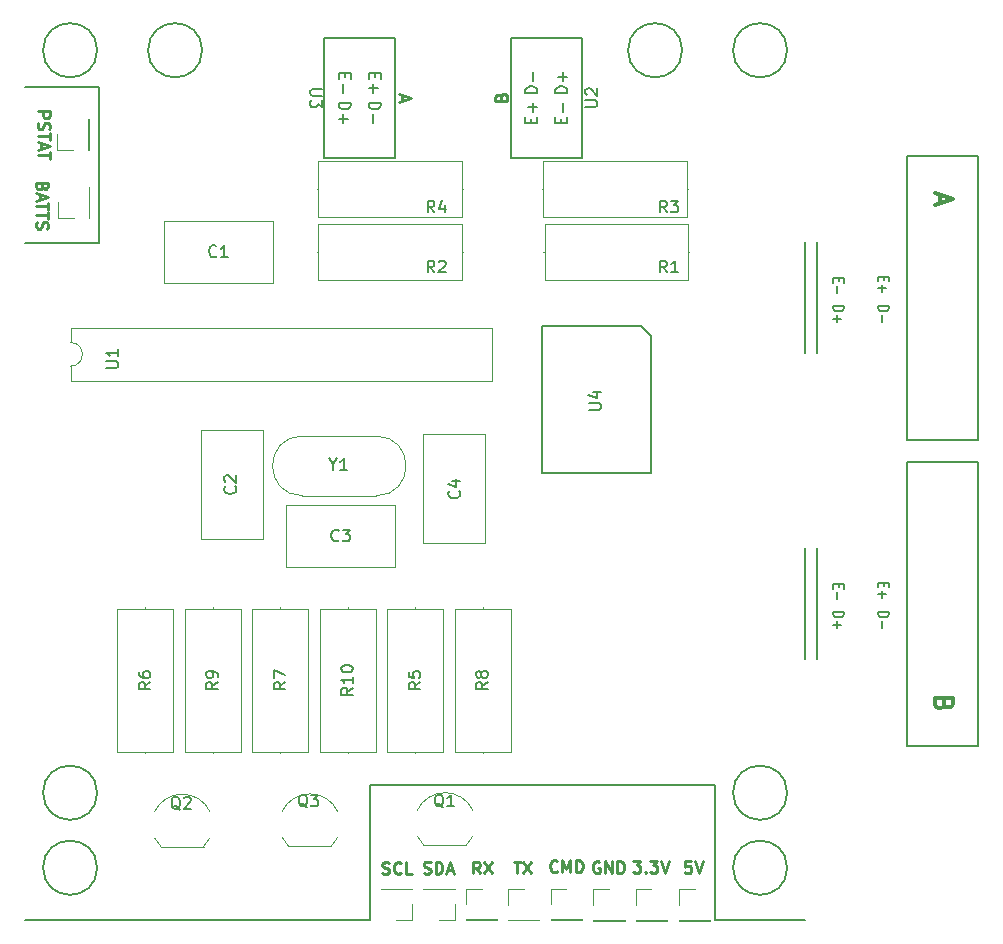
<source format=gbr>
G04 #@! TF.GenerationSoftware,KiCad,Pcbnew,5.0.2+dfsg1-1~bpo9+1*
G04 #@! TF.CreationDate,2019-02-15T20:10:49-06:00*
G04 #@! TF.ProjectId,EncoderandSensorsBoard,456e636f-6465-4726-916e-6453656e736f,v1.0*
G04 #@! TF.SameCoordinates,Original*
G04 #@! TF.FileFunction,Legend,Top*
G04 #@! TF.FilePolarity,Positive*
%FSLAX46Y46*%
G04 Gerber Fmt 4.6, Leading zero omitted, Abs format (unit mm)*
G04 Created by KiCad (PCBNEW 5.0.2+dfsg1-1~bpo9+1) date vie 15 feb 2019 20:10:49 CST*
%MOMM*%
%LPD*%
G01*
G04 APERTURE LIST*
%ADD10C,0.200000*%
%ADD11C,0.250000*%
%ADD12C,0.177800*%
%ADD13C,0.300000*%
%ADD14C,0.120000*%
%ADD15C,0.150000*%
G04 APERTURE END LIST*
D10*
X156210000Y-99314000D02*
X156210000Y-89916000D01*
X156210000Y-125222000D02*
X156210000Y-115824000D01*
X157227677Y-99312215D02*
X157227677Y-89914215D01*
X157227677Y-125220215D02*
X157227677Y-115822215D01*
X90170000Y-90000000D02*
X96418400Y-90000000D01*
X96418400Y-90000000D02*
X96418400Y-76746100D01*
X96418400Y-76746100D02*
X90182700Y-76746100D01*
X156210000Y-147320000D02*
X148590000Y-147320000D01*
X148590000Y-147320000D02*
X148590000Y-135890000D01*
X148590000Y-135890000D02*
X119380000Y-135890000D01*
X119380000Y-135890000D02*
X119380000Y-147320000D01*
X90170000Y-147320000D02*
X119380000Y-147320000D01*
X154689525Y-73660000D02*
G75*
G03X154689525Y-73660000I-2289525J0D01*
G01*
X145799525Y-73660000D02*
G75*
G03X145799525Y-73660000I-2289525J0D01*
G01*
X105159525Y-73660000D02*
G75*
G03X105159525Y-73660000I-2289525J0D01*
G01*
X96269525Y-73660000D02*
G75*
G03X96269525Y-73660000I-2289525J0D01*
G01*
X96269525Y-136525000D02*
G75*
G03X96269525Y-136525000I-2289525J0D01*
G01*
X96269525Y-142875000D02*
G75*
G03X96269525Y-142875000I-2289525J0D01*
G01*
X154689525Y-142875000D02*
G75*
G03X154689525Y-142875000I-2289525J0D01*
G01*
X154689525Y-136525000D02*
G75*
G03X154689525Y-136525000I-2289525J0D01*
G01*
D11*
X130471871Y-77614471D02*
X130519490Y-77471614D01*
X130567109Y-77423995D01*
X130662347Y-77376376D01*
X130805204Y-77376376D01*
X130900442Y-77423995D01*
X130948061Y-77471614D01*
X130995680Y-77566852D01*
X130995680Y-77947804D01*
X129995680Y-77947804D01*
X129995680Y-77614471D01*
X130043300Y-77519233D01*
X130090919Y-77471614D01*
X130186157Y-77423995D01*
X130281395Y-77423995D01*
X130376633Y-77471614D01*
X130424252Y-77519233D01*
X130471871Y-77614471D01*
X130471871Y-77947804D01*
X122096233Y-77936695D02*
X122096233Y-77460504D01*
X121810519Y-78031933D02*
X122810519Y-77698600D01*
X121810519Y-77365266D01*
X91241619Y-78843428D02*
X92241619Y-78843428D01*
X92241619Y-79224380D01*
X92194000Y-79319619D01*
X92146380Y-79367238D01*
X92051142Y-79414857D01*
X91908285Y-79414857D01*
X91813047Y-79367238D01*
X91765428Y-79319619D01*
X91717809Y-79224380D01*
X91717809Y-78843428D01*
X91289238Y-79795809D02*
X91241619Y-79938666D01*
X91241619Y-80176761D01*
X91289238Y-80272000D01*
X91336857Y-80319619D01*
X91432095Y-80367238D01*
X91527333Y-80367238D01*
X91622571Y-80319619D01*
X91670190Y-80272000D01*
X91717809Y-80176761D01*
X91765428Y-79986285D01*
X91813047Y-79891047D01*
X91860666Y-79843428D01*
X91955904Y-79795809D01*
X92051142Y-79795809D01*
X92146380Y-79843428D01*
X92194000Y-79891047D01*
X92241619Y-79986285D01*
X92241619Y-80224380D01*
X92194000Y-80367238D01*
X92241619Y-80652952D02*
X92241619Y-81224380D01*
X91241619Y-80938666D02*
X92241619Y-80938666D01*
X91527333Y-81510095D02*
X91527333Y-81986285D01*
X91241619Y-81414857D02*
X92241619Y-81748190D01*
X91241619Y-82081523D01*
X92241619Y-82272000D02*
X92241619Y-82843428D01*
X91241619Y-82557714D02*
X92241619Y-82557714D01*
X91638428Y-85196561D02*
X91590809Y-85339419D01*
X91543190Y-85387038D01*
X91447952Y-85434657D01*
X91305095Y-85434657D01*
X91209857Y-85387038D01*
X91162238Y-85339419D01*
X91114619Y-85244180D01*
X91114619Y-84863228D01*
X92114619Y-84863228D01*
X92114619Y-85196561D01*
X92067000Y-85291800D01*
X92019380Y-85339419D01*
X91924142Y-85387038D01*
X91828904Y-85387038D01*
X91733666Y-85339419D01*
X91686047Y-85291800D01*
X91638428Y-85196561D01*
X91638428Y-84863228D01*
X91400333Y-85815609D02*
X91400333Y-86291800D01*
X91114619Y-85720371D02*
X92114619Y-86053704D01*
X91114619Y-86387038D01*
X92114619Y-86577514D02*
X92114619Y-87148942D01*
X91114619Y-86863228D02*
X92114619Y-86863228D01*
X92114619Y-87339419D02*
X92114619Y-87910847D01*
X91114619Y-87625133D02*
X92114619Y-87625133D01*
X91162238Y-88196561D02*
X91114619Y-88339419D01*
X91114619Y-88577514D01*
X91162238Y-88672752D01*
X91209857Y-88720371D01*
X91305095Y-88767990D01*
X91400333Y-88767990D01*
X91495571Y-88720371D01*
X91543190Y-88672752D01*
X91590809Y-88577514D01*
X91638428Y-88387038D01*
X91686047Y-88291800D01*
X91733666Y-88244180D01*
X91828904Y-88196561D01*
X91924142Y-88196561D01*
X92019380Y-88244180D01*
X92067000Y-88291800D01*
X92114619Y-88387038D01*
X92114619Y-88625133D01*
X92067000Y-88767990D01*
X123931514Y-143330561D02*
X124074371Y-143378180D01*
X124312466Y-143378180D01*
X124407704Y-143330561D01*
X124455323Y-143282942D01*
X124502942Y-143187704D01*
X124502942Y-143092466D01*
X124455323Y-142997228D01*
X124407704Y-142949609D01*
X124312466Y-142901990D01*
X124121990Y-142854371D01*
X124026752Y-142806752D01*
X123979133Y-142759133D01*
X123931514Y-142663895D01*
X123931514Y-142568657D01*
X123979133Y-142473419D01*
X124026752Y-142425800D01*
X124121990Y-142378180D01*
X124360085Y-142378180D01*
X124502942Y-142425800D01*
X124931514Y-143378180D02*
X124931514Y-142378180D01*
X125169609Y-142378180D01*
X125312466Y-142425800D01*
X125407704Y-142521038D01*
X125455323Y-142616276D01*
X125502942Y-142806752D01*
X125502942Y-142949609D01*
X125455323Y-143140085D01*
X125407704Y-143235323D01*
X125312466Y-143330561D01*
X125169609Y-143378180D01*
X124931514Y-143378180D01*
X125883895Y-143092466D02*
X126360085Y-143092466D01*
X125788657Y-143378180D02*
X126121990Y-142378180D01*
X126455323Y-143378180D01*
X120424723Y-143343261D02*
X120567580Y-143390880D01*
X120805676Y-143390880D01*
X120900914Y-143343261D01*
X120948533Y-143295642D01*
X120996152Y-143200404D01*
X120996152Y-143105166D01*
X120948533Y-143009928D01*
X120900914Y-142962309D01*
X120805676Y-142914690D01*
X120615200Y-142867071D01*
X120519961Y-142819452D01*
X120472342Y-142771833D01*
X120424723Y-142676595D01*
X120424723Y-142581357D01*
X120472342Y-142486119D01*
X120519961Y-142438500D01*
X120615200Y-142390880D01*
X120853295Y-142390880D01*
X120996152Y-142438500D01*
X121996152Y-143295642D02*
X121948533Y-143343261D01*
X121805676Y-143390880D01*
X121710438Y-143390880D01*
X121567580Y-143343261D01*
X121472342Y-143248023D01*
X121424723Y-143152785D01*
X121377104Y-142962309D01*
X121377104Y-142819452D01*
X121424723Y-142628976D01*
X121472342Y-142533738D01*
X121567580Y-142438500D01*
X121710438Y-142390880D01*
X121805676Y-142390880D01*
X121948533Y-142438500D01*
X121996152Y-142486119D01*
X122900914Y-143390880D02*
X122424723Y-143390880D01*
X122424723Y-142390880D01*
X138798395Y-142375000D02*
X138703157Y-142327380D01*
X138560300Y-142327380D01*
X138417442Y-142375000D01*
X138322204Y-142470238D01*
X138274585Y-142565476D01*
X138226966Y-142755952D01*
X138226966Y-142898809D01*
X138274585Y-143089285D01*
X138322204Y-143184523D01*
X138417442Y-143279761D01*
X138560300Y-143327380D01*
X138655538Y-143327380D01*
X138798395Y-143279761D01*
X138846014Y-143232142D01*
X138846014Y-142898809D01*
X138655538Y-142898809D01*
X139274585Y-143327380D02*
X139274585Y-142327380D01*
X139846014Y-143327380D01*
X139846014Y-142327380D01*
X140322204Y-143327380D02*
X140322204Y-142327380D01*
X140560300Y-142327380D01*
X140703157Y-142375000D01*
X140798395Y-142470238D01*
X140846014Y-142565476D01*
X140893633Y-142755952D01*
X140893633Y-142898809D01*
X140846014Y-143089285D01*
X140798395Y-143184523D01*
X140703157Y-143279761D01*
X140560300Y-143327380D01*
X140322204Y-143327380D01*
X141652809Y-142289280D02*
X142271857Y-142289280D01*
X141938523Y-142670233D01*
X142081380Y-142670233D01*
X142176619Y-142717852D01*
X142224238Y-142765471D01*
X142271857Y-142860709D01*
X142271857Y-143098804D01*
X142224238Y-143194042D01*
X142176619Y-143241661D01*
X142081380Y-143289280D01*
X141795666Y-143289280D01*
X141700428Y-143241661D01*
X141652809Y-143194042D01*
X142700428Y-143194042D02*
X142748047Y-143241661D01*
X142700428Y-143289280D01*
X142652809Y-143241661D01*
X142700428Y-143194042D01*
X142700428Y-143289280D01*
X143081380Y-142289280D02*
X143700428Y-142289280D01*
X143367095Y-142670233D01*
X143509952Y-142670233D01*
X143605190Y-142717852D01*
X143652809Y-142765471D01*
X143700428Y-142860709D01*
X143700428Y-143098804D01*
X143652809Y-143194042D01*
X143605190Y-143241661D01*
X143509952Y-143289280D01*
X143224238Y-143289280D01*
X143129000Y-143241661D01*
X143081380Y-143194042D01*
X143986142Y-142289280D02*
X144319476Y-143289280D01*
X144652809Y-142289280D01*
X146532623Y-142327380D02*
X146056433Y-142327380D01*
X146008814Y-142803571D01*
X146056433Y-142755952D01*
X146151671Y-142708333D01*
X146389766Y-142708333D01*
X146485004Y-142755952D01*
X146532623Y-142803571D01*
X146580242Y-142898809D01*
X146580242Y-143136904D01*
X146532623Y-143232142D01*
X146485004Y-143279761D01*
X146389766Y-143327380D01*
X146151671Y-143327380D01*
X146056433Y-143279761D01*
X146008814Y-143232142D01*
X146865957Y-142327380D02*
X147199290Y-143327380D01*
X147532623Y-142327380D01*
X135242395Y-143155942D02*
X135194776Y-143203561D01*
X135051919Y-143251180D01*
X134956680Y-143251180D01*
X134813823Y-143203561D01*
X134718585Y-143108323D01*
X134670966Y-143013085D01*
X134623347Y-142822609D01*
X134623347Y-142679752D01*
X134670966Y-142489276D01*
X134718585Y-142394038D01*
X134813823Y-142298800D01*
X134956680Y-142251180D01*
X135051919Y-142251180D01*
X135194776Y-142298800D01*
X135242395Y-142346419D01*
X135670966Y-143251180D02*
X135670966Y-142251180D01*
X136004300Y-142965466D01*
X136337633Y-142251180D01*
X136337633Y-143251180D01*
X136813823Y-143251180D02*
X136813823Y-142251180D01*
X137051919Y-142251180D01*
X137194776Y-142298800D01*
X137290014Y-142394038D01*
X137337633Y-142489276D01*
X137385252Y-142679752D01*
X137385252Y-142822609D01*
X137337633Y-143013085D01*
X137290014Y-143108323D01*
X137194776Y-143203561D01*
X137051919Y-143251180D01*
X136813823Y-143251180D01*
X128674833Y-143352780D02*
X128341500Y-142876590D01*
X128103404Y-143352780D02*
X128103404Y-142352780D01*
X128484357Y-142352780D01*
X128579595Y-142400400D01*
X128627214Y-142448019D01*
X128674833Y-142543257D01*
X128674833Y-142686114D01*
X128627214Y-142781352D01*
X128579595Y-142828971D01*
X128484357Y-142876590D01*
X128103404Y-142876590D01*
X129008166Y-142352780D02*
X129674833Y-143352780D01*
X129674833Y-142352780D02*
X129008166Y-143352780D01*
X131546695Y-142352780D02*
X132118123Y-142352780D01*
X131832409Y-143352780D02*
X131832409Y-142352780D01*
X132356219Y-142352780D02*
X133022885Y-143352780D01*
X133022885Y-142352780D02*
X132356219Y-143352780D01*
D12*
X159071759Y-92963901D02*
X159071759Y-93217901D01*
X158606092Y-93326758D02*
X158606092Y-92963901D01*
X159495092Y-92963901D01*
X159495092Y-93326758D01*
X158944759Y-93653329D02*
X158944759Y-94233901D01*
X158606092Y-95340615D02*
X159495092Y-95340615D01*
X159495092Y-95522043D01*
X159452759Y-95630901D01*
X159368092Y-95703472D01*
X159283425Y-95739758D01*
X159114092Y-95776043D01*
X158987092Y-95776043D01*
X158817759Y-95739758D01*
X158733092Y-95703472D01*
X158648425Y-95630901D01*
X158606092Y-95522043D01*
X158606092Y-95340615D01*
X158944759Y-96102615D02*
X158944759Y-96683186D01*
X158606092Y-96392901D02*
X159283425Y-96392901D01*
X162881759Y-92836901D02*
X162881759Y-93090901D01*
X162416092Y-93199758D02*
X162416092Y-92836901D01*
X163305092Y-92836901D01*
X163305092Y-93199758D01*
X162754759Y-93526329D02*
X162754759Y-94106901D01*
X162416092Y-93816615D02*
X163093425Y-93816615D01*
X162416092Y-95340615D02*
X163305092Y-95340615D01*
X163305092Y-95522043D01*
X163262759Y-95630901D01*
X163178092Y-95703472D01*
X163093425Y-95739758D01*
X162924092Y-95776043D01*
X162797092Y-95776043D01*
X162627759Y-95739758D01*
X162543092Y-95703472D01*
X162458425Y-95630901D01*
X162416092Y-95522043D01*
X162416092Y-95340615D01*
X162754759Y-96102615D02*
X162754759Y-96683186D01*
X162416092Y-121248615D02*
X163305092Y-121248615D01*
X163305092Y-121430043D01*
X163262759Y-121538901D01*
X163178092Y-121611472D01*
X163093425Y-121647758D01*
X162924092Y-121684043D01*
X162797092Y-121684043D01*
X162627759Y-121647758D01*
X162543092Y-121611472D01*
X162458425Y-121538901D01*
X162416092Y-121430043D01*
X162416092Y-121248615D01*
X162754759Y-122010615D02*
X162754759Y-122591186D01*
X162881759Y-118744901D02*
X162881759Y-118998901D01*
X162416092Y-119107758D02*
X162416092Y-118744901D01*
X163305092Y-118744901D01*
X163305092Y-119107758D01*
X162754759Y-119434329D02*
X162754759Y-120014901D01*
X162416092Y-119724615D02*
X163093425Y-119724615D01*
X159071759Y-118871901D02*
X159071759Y-119125901D01*
X158606092Y-119234758D02*
X158606092Y-118871901D01*
X159495092Y-118871901D01*
X159495092Y-119234758D01*
X158944759Y-119561329D02*
X158944759Y-120141901D01*
X158606092Y-121248615D02*
X159495092Y-121248615D01*
X159495092Y-121430043D01*
X159452759Y-121538901D01*
X159368092Y-121611472D01*
X159283425Y-121647758D01*
X159114092Y-121684043D01*
X158987092Y-121684043D01*
X158817759Y-121647758D01*
X158733092Y-121611472D01*
X158648425Y-121538901D01*
X158606092Y-121430043D01*
X158606092Y-121248615D01*
X158944759Y-122010615D02*
X158944759Y-122591186D01*
X158606092Y-122300901D02*
X159283425Y-122300901D01*
D13*
X168005401Y-129012043D02*
X167933973Y-129226329D01*
X167862544Y-129297758D01*
X167719687Y-129369186D01*
X167505401Y-129369186D01*
X167362544Y-129297758D01*
X167291116Y-129226329D01*
X167219687Y-129083472D01*
X167219687Y-128512043D01*
X168719687Y-128512043D01*
X168719687Y-129012043D01*
X168648259Y-129154901D01*
X168576830Y-129226329D01*
X168433973Y-129297758D01*
X168291116Y-129297758D01*
X168148259Y-129226329D01*
X168076830Y-129154901D01*
X168005401Y-129012043D01*
X168005401Y-128512043D01*
X167648259Y-85875758D02*
X167648259Y-86590043D01*
X167219687Y-85732901D02*
X168719687Y-86232901D01*
X167219687Y-86732901D01*
D14*
G04 #@! TO.C,U1*
X94021600Y-98402900D02*
G75*
G02X94021600Y-100402900I0J-1000000D01*
G01*
X94021600Y-100402900D02*
X94021600Y-101652900D01*
X94021600Y-101652900D02*
X129701600Y-101652900D01*
X129701600Y-101652900D02*
X129701600Y-97152900D01*
X129701600Y-97152900D02*
X94021600Y-97152900D01*
X94021600Y-97152900D02*
X94021600Y-98402900D01*
G04 #@! TO.C,R3*
X146286400Y-85420200D02*
X146176400Y-85420200D01*
X133926400Y-85420200D02*
X134036400Y-85420200D01*
X146176400Y-83050200D02*
X134036400Y-83050200D01*
X146176400Y-87790200D02*
X146176400Y-83050200D01*
X134036400Y-87790200D02*
X146176400Y-87790200D01*
X134036400Y-83050200D02*
X134036400Y-87790200D01*
G04 #@! TO.C,Q2*
X105803784Y-140365595D02*
G75*
G02X105279600Y-141092800I-2324184J1122795D01*
G01*
X105836000Y-138143993D02*
G75*
G03X103479600Y-136642800I-2356400J-1098807D01*
G01*
X101123200Y-138143993D02*
G75*
G02X103479600Y-136642800I2356400J-1098807D01*
G01*
X101155416Y-140365595D02*
G75*
G03X101679600Y-141092800I2324184J1122795D01*
G01*
X101679600Y-141092800D02*
X105279600Y-141092800D01*
G04 #@! TO.C,Q1*
X128054184Y-140238595D02*
G75*
G02X127530000Y-140965800I-2324184J1122795D01*
G01*
X128086400Y-138016993D02*
G75*
G03X125730000Y-136515800I-2356400J-1098807D01*
G01*
X123373600Y-138016993D02*
G75*
G02X125730000Y-136515800I2356400J-1098807D01*
G01*
X123405816Y-140238595D02*
G75*
G03X123930000Y-140965800I2324184J1122795D01*
G01*
X123930000Y-140965800D02*
X127530000Y-140965800D01*
G04 #@! TO.C,Q3*
X116611484Y-140340195D02*
G75*
G02X116087300Y-141067400I-2324184J1122795D01*
G01*
X116643700Y-138118593D02*
G75*
G03X114287300Y-136617400I-2356400J-1098807D01*
G01*
X111930900Y-138118593D02*
G75*
G02X114287300Y-136617400I2356400J-1098807D01*
G01*
X111963116Y-140340195D02*
G75*
G03X112487300Y-141067400I2324184J1122795D01*
G01*
X112487300Y-141067400D02*
X116087300Y-141067400D01*
D15*
G04 #@! TO.C,U3*
X115452900Y-72618600D02*
X115452900Y-82778600D01*
X121452900Y-72618600D02*
X115452900Y-72618600D01*
X121452900Y-82778600D02*
X121452900Y-72618600D01*
X115452900Y-82778600D02*
X121452900Y-82778600D01*
G04 #@! TO.C,U2*
X137353300Y-82765900D02*
X137353300Y-72605900D01*
X131353300Y-82765900D02*
X137353300Y-82765900D01*
X131353300Y-72605900D02*
X131353300Y-82765900D01*
X137353300Y-72605900D02*
X131353300Y-72605900D01*
D14*
G04 #@! TO.C,J10*
X95619880Y-87867800D02*
X95619880Y-85207800D01*
X95559880Y-87867800D02*
X95619880Y-87867800D01*
X95559880Y-85207800D02*
X95619880Y-85207800D01*
X95559880Y-87867800D02*
X95559880Y-85207800D01*
X94289880Y-87867800D02*
X92959880Y-87867800D01*
X92959880Y-87867800D02*
X92959880Y-86537800D01*
G04 #@! TO.C,J4*
X127486100Y-147316500D02*
X130146100Y-147316500D01*
X127486100Y-147256500D02*
X127486100Y-147316500D01*
X130146100Y-147256500D02*
X130146100Y-147316500D01*
X127486100Y-147256500D02*
X130146100Y-147256500D01*
X127486100Y-145986500D02*
X127486100Y-144656500D01*
X127486100Y-144656500D02*
X128816100Y-144656500D01*
G04 #@! TO.C,J1*
X145520100Y-147367300D02*
X148180100Y-147367300D01*
X145520100Y-147307300D02*
X145520100Y-147367300D01*
X148180100Y-147307300D02*
X148180100Y-147367300D01*
X145520100Y-147307300D02*
X148180100Y-147307300D01*
X145520100Y-146037300D02*
X145520100Y-144707300D01*
X145520100Y-144707300D02*
X146850100Y-144707300D01*
G04 #@! TO.C,J7*
X126539300Y-147316500D02*
X125209300Y-147316500D01*
X126539300Y-145986500D02*
X126539300Y-147316500D01*
X126539300Y-144716500D02*
X123879300Y-144716500D01*
X123879300Y-144716500D02*
X123879300Y-144656500D01*
X126539300Y-144716500D02*
X126539300Y-144656500D01*
X126539300Y-144656500D02*
X123879300Y-144656500D01*
G04 #@! TO.C,J5*
X131054800Y-144669200D02*
X132384800Y-144669200D01*
X131054800Y-145999200D02*
X131054800Y-144669200D01*
X131054800Y-147269200D02*
X133714800Y-147269200D01*
X133714800Y-147269200D02*
X133714800Y-147329200D01*
X131054800Y-147269200D02*
X131054800Y-147329200D01*
X131054800Y-147329200D02*
X133714800Y-147329200D01*
G04 #@! TO.C,J8*
X122932500Y-144656500D02*
X120272500Y-144656500D01*
X122932500Y-144716500D02*
X122932500Y-144656500D01*
X120272500Y-144716500D02*
X120272500Y-144656500D01*
X122932500Y-144716500D02*
X120272500Y-144716500D01*
X122932500Y-145986500D02*
X122932500Y-147316500D01*
X122932500Y-147316500D02*
X121602500Y-147316500D01*
G04 #@! TO.C,J6*
X141875200Y-147354600D02*
X144535200Y-147354600D01*
X141875200Y-147294600D02*
X141875200Y-147354600D01*
X144535200Y-147294600D02*
X144535200Y-147354600D01*
X141875200Y-147294600D02*
X144535200Y-147294600D01*
X141875200Y-146024600D02*
X141875200Y-144694600D01*
X141875200Y-144694600D02*
X143205200Y-144694600D01*
G04 #@! TO.C,J9*
X92904000Y-82102000D02*
X92904000Y-80772000D01*
X94234000Y-82102000D02*
X92904000Y-82102000D01*
X95504000Y-82102000D02*
X95504000Y-79442000D01*
X95504000Y-79442000D02*
X95564000Y-79442000D01*
X95504000Y-82102000D02*
X95564000Y-82102000D01*
X95564000Y-82102000D02*
X95564000Y-79442000D01*
G04 #@! TO.C,J3*
X134674300Y-144643800D02*
X136004300Y-144643800D01*
X134674300Y-145973800D02*
X134674300Y-144643800D01*
X134674300Y-147243800D02*
X137334300Y-147243800D01*
X137334300Y-147243800D02*
X137334300Y-147303800D01*
X134674300Y-147243800D02*
X134674300Y-147303800D01*
X134674300Y-147303800D02*
X137334300Y-147303800D01*
G04 #@! TO.C,J2*
X138281100Y-144694600D02*
X139611100Y-144694600D01*
X138281100Y-146024600D02*
X138281100Y-144694600D01*
X138281100Y-147294600D02*
X140941100Y-147294600D01*
X140941100Y-147294600D02*
X140941100Y-147354600D01*
X138281100Y-147294600D02*
X138281100Y-147354600D01*
X138281100Y-147354600D02*
X140941100Y-147354600D01*
G04 #@! TO.C,C1*
X111158400Y-88134200D02*
X111158400Y-93374200D01*
X101918400Y-88134200D02*
X101918400Y-93374200D01*
X101918400Y-93374200D02*
X111158400Y-93374200D01*
X101918400Y-88134200D02*
X111158400Y-88134200D01*
G04 #@! TO.C,C2*
X110290600Y-105791900D02*
X110290600Y-115031900D01*
X105050600Y-105791900D02*
X105050600Y-115031900D01*
X110290600Y-105791900D02*
X105050600Y-105791900D01*
X110290600Y-115031900D02*
X105050600Y-115031900D01*
G04 #@! TO.C,C3*
X112234600Y-117389900D02*
X112234600Y-112149900D01*
X121474600Y-117389900D02*
X121474600Y-112149900D01*
X121474600Y-112149900D02*
X112234600Y-112149900D01*
X121474600Y-117389900D02*
X112234600Y-117389900D01*
G04 #@! TO.C,C4*
X123846600Y-115365900D02*
X123846600Y-106125900D01*
X129086600Y-115365900D02*
X129086600Y-106125900D01*
X123846600Y-115365900D02*
X129086600Y-115365900D01*
X123846600Y-106125900D02*
X129086600Y-106125900D01*
G04 #@! TO.C,R1*
X146303400Y-93124200D02*
X146303400Y-88384200D01*
X146303400Y-88384200D02*
X134163400Y-88384200D01*
X134163400Y-88384200D02*
X134163400Y-93124200D01*
X134163400Y-93124200D02*
X146303400Y-93124200D01*
X146413400Y-90754200D02*
X146303400Y-90754200D01*
X134053400Y-90754200D02*
X134163400Y-90754200D01*
G04 #@! TO.C,R2*
X114876400Y-90754200D02*
X114986400Y-90754200D01*
X127236400Y-90754200D02*
X127126400Y-90754200D01*
X114986400Y-93124200D02*
X127126400Y-93124200D01*
X114986400Y-88384200D02*
X114986400Y-93124200D01*
X127126400Y-88384200D02*
X114986400Y-88384200D01*
X127126400Y-93124200D02*
X127126400Y-88384200D01*
G04 #@! TO.C,R4*
X127236400Y-85420200D02*
X127126400Y-85420200D01*
X114876400Y-85420200D02*
X114986400Y-85420200D01*
X127126400Y-83050200D02*
X114986400Y-83050200D01*
X127126400Y-87790200D02*
X127126400Y-83050200D01*
X114986400Y-87790200D02*
X127126400Y-87790200D01*
X114986400Y-83050200D02*
X114986400Y-87790200D01*
G04 #@! TO.C,R5*
X125560000Y-120930000D02*
X120820000Y-120930000D01*
X120820000Y-120930000D02*
X120820000Y-133070000D01*
X120820000Y-133070000D02*
X125560000Y-133070000D01*
X125560000Y-133070000D02*
X125560000Y-120930000D01*
X123190000Y-120820000D02*
X123190000Y-120930000D01*
X123190000Y-133180000D02*
X123190000Y-133070000D01*
G04 #@! TO.C,R6*
X102700000Y-120930000D02*
X97960000Y-120930000D01*
X97960000Y-120930000D02*
X97960000Y-133070000D01*
X97960000Y-133070000D02*
X102700000Y-133070000D01*
X102700000Y-133070000D02*
X102700000Y-120930000D01*
X100330000Y-120820000D02*
X100330000Y-120930000D01*
X100330000Y-133180000D02*
X100330000Y-133070000D01*
G04 #@! TO.C,R7*
X111760000Y-133180000D02*
X111760000Y-133070000D01*
X111760000Y-120820000D02*
X111760000Y-120930000D01*
X114130000Y-133070000D02*
X114130000Y-120930000D01*
X109390000Y-133070000D02*
X114130000Y-133070000D01*
X109390000Y-120930000D02*
X109390000Y-133070000D01*
X114130000Y-120930000D02*
X109390000Y-120930000D01*
G04 #@! TO.C,R8*
X128905000Y-133180000D02*
X128905000Y-133070000D01*
X128905000Y-120820000D02*
X128905000Y-120930000D01*
X131275000Y-133070000D02*
X131275000Y-120930000D01*
X126535000Y-133070000D02*
X131275000Y-133070000D01*
X126535000Y-120930000D02*
X126535000Y-133070000D01*
X131275000Y-120930000D02*
X126535000Y-120930000D01*
G04 #@! TO.C,R9*
X106045000Y-133180000D02*
X106045000Y-133070000D01*
X106045000Y-120820000D02*
X106045000Y-120930000D01*
X108415000Y-133070000D02*
X108415000Y-120930000D01*
X103675000Y-133070000D02*
X108415000Y-133070000D01*
X103675000Y-120930000D02*
X103675000Y-133070000D01*
X108415000Y-120930000D02*
X103675000Y-120930000D01*
G04 #@! TO.C,R10*
X119845000Y-120930000D02*
X115105000Y-120930000D01*
X115105000Y-120930000D02*
X115105000Y-133070000D01*
X115105000Y-133070000D02*
X119845000Y-133070000D01*
X119845000Y-133070000D02*
X119845000Y-120930000D01*
X117475000Y-120820000D02*
X117475000Y-120930000D01*
X117475000Y-133180000D02*
X117475000Y-133070000D01*
G04 #@! TO.C,Y1*
X113648020Y-106324160D02*
X119898020Y-106324160D01*
X113648020Y-111374160D02*
X119898020Y-111374160D01*
X113648020Y-111374160D02*
G75*
G02X113648020Y-106324160I0J2525000D01*
G01*
X119898020Y-111374160D02*
G75*
G03X119898020Y-106324160I0J2525000D01*
G01*
D15*
G04 #@! TO.C,U4*
X142341600Y-97012900D02*
X143141600Y-97812900D01*
X143141600Y-97812900D02*
X143141600Y-109412900D01*
X143141600Y-109412900D02*
X133921600Y-109412900D01*
X133921600Y-109412900D02*
X133921600Y-97012900D01*
X133921600Y-97012900D02*
X142341600Y-97012900D01*
G04 #@! TO.C,U2*
X164871258Y-132532902D02*
X170871258Y-132532902D01*
X170871258Y-132532902D02*
X170871258Y-108532902D01*
X170871258Y-108532902D02*
X164871258Y-108532902D01*
X164871258Y-108532902D02*
X164871258Y-132532902D01*
G04 #@! TO.C,U1*
X164871258Y-82624902D02*
X164871258Y-106624902D01*
X170871258Y-82624902D02*
X164871258Y-82624902D01*
X170871258Y-106624902D02*
X170871258Y-82624902D01*
X164871258Y-106624902D02*
X170871258Y-106624902D01*
X97051880Y-100558504D02*
X97861404Y-100558504D01*
X97956642Y-100510885D01*
X98004261Y-100463266D01*
X98051880Y-100368028D01*
X98051880Y-100177552D01*
X98004261Y-100082314D01*
X97956642Y-100034695D01*
X97861404Y-99987076D01*
X97051880Y-99987076D01*
X98051880Y-98987076D02*
X98051880Y-99558504D01*
X98051880Y-99272790D02*
X97051880Y-99272790D01*
X97194738Y-99368028D01*
X97289976Y-99463266D01*
X97337595Y-99558504D01*
G04 #@! TO.C,R3*
X144511733Y-87396580D02*
X144178400Y-86920390D01*
X143940304Y-87396580D02*
X143940304Y-86396580D01*
X144321257Y-86396580D01*
X144416495Y-86444200D01*
X144464114Y-86491819D01*
X144511733Y-86587057D01*
X144511733Y-86729914D01*
X144464114Y-86825152D01*
X144416495Y-86872771D01*
X144321257Y-86920390D01*
X143940304Y-86920390D01*
X144845066Y-86396580D02*
X145464114Y-86396580D01*
X145130780Y-86777533D01*
X145273638Y-86777533D01*
X145368876Y-86825152D01*
X145416495Y-86872771D01*
X145464114Y-86968009D01*
X145464114Y-87206104D01*
X145416495Y-87301342D01*
X145368876Y-87348961D01*
X145273638Y-87396580D01*
X144987923Y-87396580D01*
X144892685Y-87348961D01*
X144845066Y-87301342D01*
G04 #@! TO.C,Q2*
X103308161Y-137974319D02*
X103212923Y-137926700D01*
X103117685Y-137831461D01*
X102974828Y-137688604D01*
X102879590Y-137640985D01*
X102784352Y-137640985D01*
X102831971Y-137879080D02*
X102736733Y-137831461D01*
X102641495Y-137736223D01*
X102593876Y-137545747D01*
X102593876Y-137212414D01*
X102641495Y-137021938D01*
X102736733Y-136926700D01*
X102831971Y-136879080D01*
X103022447Y-136879080D01*
X103117685Y-136926700D01*
X103212923Y-137021938D01*
X103260542Y-137212414D01*
X103260542Y-137545747D01*
X103212923Y-137736223D01*
X103117685Y-137831461D01*
X103022447Y-137879080D01*
X102831971Y-137879080D01*
X103641495Y-136974319D02*
X103689114Y-136926700D01*
X103784352Y-136879080D01*
X104022447Y-136879080D01*
X104117685Y-136926700D01*
X104165304Y-136974319D01*
X104212923Y-137069557D01*
X104212923Y-137164795D01*
X104165304Y-137307652D01*
X103593876Y-137879080D01*
X104212923Y-137879080D01*
G04 #@! TO.C,Q1*
X125596661Y-137771119D02*
X125501423Y-137723500D01*
X125406185Y-137628261D01*
X125263328Y-137485404D01*
X125168090Y-137437785D01*
X125072852Y-137437785D01*
X125120471Y-137675880D02*
X125025233Y-137628261D01*
X124929995Y-137533023D01*
X124882376Y-137342547D01*
X124882376Y-137009214D01*
X124929995Y-136818738D01*
X125025233Y-136723500D01*
X125120471Y-136675880D01*
X125310947Y-136675880D01*
X125406185Y-136723500D01*
X125501423Y-136818738D01*
X125549042Y-137009214D01*
X125549042Y-137342547D01*
X125501423Y-137533023D01*
X125406185Y-137628261D01*
X125310947Y-137675880D01*
X125120471Y-137675880D01*
X126501423Y-137675880D02*
X125929995Y-137675880D01*
X126215709Y-137675880D02*
X126215709Y-136675880D01*
X126120471Y-136818738D01*
X126025233Y-136913976D01*
X125929995Y-136961595D01*
G04 #@! TO.C,Q3*
X114077761Y-137771119D02*
X113982523Y-137723500D01*
X113887285Y-137628261D01*
X113744428Y-137485404D01*
X113649190Y-137437785D01*
X113553952Y-137437785D01*
X113601571Y-137675880D02*
X113506333Y-137628261D01*
X113411095Y-137533023D01*
X113363476Y-137342547D01*
X113363476Y-137009214D01*
X113411095Y-136818738D01*
X113506333Y-136723500D01*
X113601571Y-136675880D01*
X113792047Y-136675880D01*
X113887285Y-136723500D01*
X113982523Y-136818738D01*
X114030142Y-137009214D01*
X114030142Y-137342547D01*
X113982523Y-137533023D01*
X113887285Y-137628261D01*
X113792047Y-137675880D01*
X113601571Y-137675880D01*
X114363476Y-136675880D02*
X114982523Y-136675880D01*
X114649190Y-137056833D01*
X114792047Y-137056833D01*
X114887285Y-137104452D01*
X114934904Y-137152071D01*
X114982523Y-137247309D01*
X114982523Y-137485404D01*
X114934904Y-137580642D01*
X114887285Y-137628261D01*
X114792047Y-137675880D01*
X114506333Y-137675880D01*
X114411095Y-137628261D01*
X114363476Y-137580642D01*
G04 #@! TO.C,U3*
X115317519Y-76936695D02*
X114507995Y-76936695D01*
X114412757Y-76984314D01*
X114365138Y-77031933D01*
X114317519Y-77127171D01*
X114317519Y-77317647D01*
X114365138Y-77412885D01*
X114412757Y-77460504D01*
X114507995Y-77508123D01*
X115317519Y-77508123D01*
X115317519Y-77889076D02*
X115317519Y-78508123D01*
X114936566Y-78174790D01*
X114936566Y-78317647D01*
X114888947Y-78412885D01*
X114841328Y-78460504D01*
X114746090Y-78508123D01*
X114507995Y-78508123D01*
X114412757Y-78460504D01*
X114365138Y-78412885D01*
X114317519Y-78317647D01*
X114317519Y-78031933D01*
X114365138Y-77936695D01*
X114412757Y-77889076D01*
X119270519Y-78087647D02*
X120270519Y-78087647D01*
X120270519Y-78325742D01*
X120222900Y-78468600D01*
X120127661Y-78563838D01*
X120032423Y-78611457D01*
X119841947Y-78659076D01*
X119699090Y-78659076D01*
X119508614Y-78611457D01*
X119413376Y-78563838D01*
X119318138Y-78468600D01*
X119270519Y-78325742D01*
X119270519Y-78087647D01*
X119651471Y-79087647D02*
X119651471Y-79849552D01*
X116730519Y-78087647D02*
X117730519Y-78087647D01*
X117730519Y-78325742D01*
X117682900Y-78468600D01*
X117587661Y-78563838D01*
X117492423Y-78611457D01*
X117301947Y-78659076D01*
X117159090Y-78659076D01*
X116968614Y-78611457D01*
X116873376Y-78563838D01*
X116778138Y-78468600D01*
X116730519Y-78325742D01*
X116730519Y-78087647D01*
X117111471Y-79087647D02*
X117111471Y-79849552D01*
X116730519Y-79468600D02*
X117492423Y-79468600D01*
X117254328Y-75595266D02*
X117254328Y-75928600D01*
X116730519Y-76071457D02*
X116730519Y-75595266D01*
X117730519Y-75595266D01*
X117730519Y-76071457D01*
X117111471Y-76500028D02*
X117111471Y-77261933D01*
X119794328Y-75595266D02*
X119794328Y-75928600D01*
X119270519Y-76071457D02*
X119270519Y-75595266D01*
X120270519Y-75595266D01*
X120270519Y-76071457D01*
X119651471Y-76500028D02*
X119651471Y-77261933D01*
X119270519Y-76880980D02*
X120032423Y-76880980D01*
G04 #@! TO.C,U2*
X137615680Y-78447804D02*
X138425204Y-78447804D01*
X138520442Y-78400185D01*
X138568061Y-78352566D01*
X138615680Y-78257328D01*
X138615680Y-78066852D01*
X138568061Y-77971614D01*
X138520442Y-77923995D01*
X138425204Y-77876376D01*
X137615680Y-77876376D01*
X137710919Y-77447804D02*
X137663300Y-77400185D01*
X137615680Y-77304947D01*
X137615680Y-77066852D01*
X137663300Y-76971614D01*
X137710919Y-76923995D01*
X137806157Y-76876376D01*
X137901395Y-76876376D01*
X138044252Y-76923995D01*
X138615680Y-77495423D01*
X138615680Y-76876376D01*
X133535680Y-77296852D02*
X132535680Y-77296852D01*
X132535680Y-77058757D01*
X132583300Y-76915900D01*
X132678538Y-76820661D01*
X132773776Y-76773042D01*
X132964252Y-76725423D01*
X133107109Y-76725423D01*
X133297585Y-76773042D01*
X133392823Y-76820661D01*
X133488061Y-76915900D01*
X133535680Y-77058757D01*
X133535680Y-77296852D01*
X133154728Y-76296852D02*
X133154728Y-75534947D01*
X136075680Y-77296852D02*
X135075680Y-77296852D01*
X135075680Y-77058757D01*
X135123300Y-76915900D01*
X135218538Y-76820661D01*
X135313776Y-76773042D01*
X135504252Y-76725423D01*
X135647109Y-76725423D01*
X135837585Y-76773042D01*
X135932823Y-76820661D01*
X136028061Y-76915900D01*
X136075680Y-77058757D01*
X136075680Y-77296852D01*
X135694728Y-76296852D02*
X135694728Y-75534947D01*
X136075680Y-75915900D02*
X135313776Y-75915900D01*
X135551871Y-79789233D02*
X135551871Y-79455900D01*
X136075680Y-79313042D02*
X136075680Y-79789233D01*
X135075680Y-79789233D01*
X135075680Y-79313042D01*
X135694728Y-78884471D02*
X135694728Y-78122566D01*
X133011871Y-79789233D02*
X133011871Y-79455900D01*
X133535680Y-79313042D02*
X133535680Y-79789233D01*
X132535680Y-79789233D01*
X132535680Y-79313042D01*
X133154728Y-78884471D02*
X133154728Y-78122566D01*
X133535680Y-78503519D02*
X132773776Y-78503519D01*
G04 #@! TO.C,C1*
X106371733Y-91085942D02*
X106324114Y-91133561D01*
X106181257Y-91181180D01*
X106086019Y-91181180D01*
X105943161Y-91133561D01*
X105847923Y-91038323D01*
X105800304Y-90943085D01*
X105752685Y-90752609D01*
X105752685Y-90609752D01*
X105800304Y-90419276D01*
X105847923Y-90324038D01*
X105943161Y-90228800D01*
X106086019Y-90181180D01*
X106181257Y-90181180D01*
X106324114Y-90228800D01*
X106371733Y-90276419D01*
X107324114Y-91181180D02*
X106752685Y-91181180D01*
X107038400Y-91181180D02*
X107038400Y-90181180D01*
X106943161Y-90324038D01*
X106847923Y-90419276D01*
X106752685Y-90466895D01*
G04 #@! TO.C,C2*
X107938842Y-110593166D02*
X107986461Y-110640785D01*
X108034080Y-110783642D01*
X108034080Y-110878880D01*
X107986461Y-111021738D01*
X107891223Y-111116976D01*
X107795985Y-111164595D01*
X107605509Y-111212214D01*
X107462652Y-111212214D01*
X107272176Y-111164595D01*
X107176938Y-111116976D01*
X107081700Y-111021738D01*
X107034080Y-110878880D01*
X107034080Y-110783642D01*
X107081700Y-110640785D01*
X107129319Y-110593166D01*
X107129319Y-110212214D02*
X107081700Y-110164595D01*
X107034080Y-110069357D01*
X107034080Y-109831261D01*
X107081700Y-109736023D01*
X107129319Y-109688404D01*
X107224557Y-109640785D01*
X107319795Y-109640785D01*
X107462652Y-109688404D01*
X108034080Y-110259833D01*
X108034080Y-109640785D01*
G04 #@! TO.C,C3*
X116724133Y-115152442D02*
X116676514Y-115200061D01*
X116533657Y-115247680D01*
X116438419Y-115247680D01*
X116295561Y-115200061D01*
X116200323Y-115104823D01*
X116152704Y-115009585D01*
X116105085Y-114819109D01*
X116105085Y-114676252D01*
X116152704Y-114485776D01*
X116200323Y-114390538D01*
X116295561Y-114295300D01*
X116438419Y-114247680D01*
X116533657Y-114247680D01*
X116676514Y-114295300D01*
X116724133Y-114342919D01*
X117057466Y-114247680D02*
X117676514Y-114247680D01*
X117343180Y-114628633D01*
X117486038Y-114628633D01*
X117581276Y-114676252D01*
X117628895Y-114723871D01*
X117676514Y-114819109D01*
X117676514Y-115057204D01*
X117628895Y-115152442D01*
X117581276Y-115200061D01*
X117486038Y-115247680D01*
X117200323Y-115247680D01*
X117105085Y-115200061D01*
X117057466Y-115152442D01*
G04 #@! TO.C,C4*
X126912642Y-110986866D02*
X126960261Y-111034485D01*
X127007880Y-111177342D01*
X127007880Y-111272580D01*
X126960261Y-111415438D01*
X126865023Y-111510676D01*
X126769785Y-111558295D01*
X126579309Y-111605914D01*
X126436452Y-111605914D01*
X126245976Y-111558295D01*
X126150738Y-111510676D01*
X126055500Y-111415438D01*
X126007880Y-111272580D01*
X126007880Y-111177342D01*
X126055500Y-111034485D01*
X126103119Y-110986866D01*
X126341214Y-110129723D02*
X127007880Y-110129723D01*
X125960261Y-110367819D02*
X126674547Y-110605914D01*
X126674547Y-109986866D01*
G04 #@! TO.C,R1*
X144511733Y-92476580D02*
X144178400Y-92000390D01*
X143940304Y-92476580D02*
X143940304Y-91476580D01*
X144321257Y-91476580D01*
X144416495Y-91524200D01*
X144464114Y-91571819D01*
X144511733Y-91667057D01*
X144511733Y-91809914D01*
X144464114Y-91905152D01*
X144416495Y-91952771D01*
X144321257Y-92000390D01*
X143940304Y-92000390D01*
X145464114Y-92476580D02*
X144892685Y-92476580D01*
X145178400Y-92476580D02*
X145178400Y-91476580D01*
X145083161Y-91619438D01*
X144987923Y-91714676D01*
X144892685Y-91762295D01*
G04 #@! TO.C,R2*
X124826733Y-92476580D02*
X124493400Y-92000390D01*
X124255304Y-92476580D02*
X124255304Y-91476580D01*
X124636257Y-91476580D01*
X124731495Y-91524200D01*
X124779114Y-91571819D01*
X124826733Y-91667057D01*
X124826733Y-91809914D01*
X124779114Y-91905152D01*
X124731495Y-91952771D01*
X124636257Y-92000390D01*
X124255304Y-92000390D01*
X125207685Y-91571819D02*
X125255304Y-91524200D01*
X125350542Y-91476580D01*
X125588638Y-91476580D01*
X125683876Y-91524200D01*
X125731495Y-91571819D01*
X125779114Y-91667057D01*
X125779114Y-91762295D01*
X125731495Y-91905152D01*
X125160066Y-92476580D01*
X125779114Y-92476580D01*
G04 #@! TO.C,R4*
X124826733Y-87396580D02*
X124493400Y-86920390D01*
X124255304Y-87396580D02*
X124255304Y-86396580D01*
X124636257Y-86396580D01*
X124731495Y-86444200D01*
X124779114Y-86491819D01*
X124826733Y-86587057D01*
X124826733Y-86729914D01*
X124779114Y-86825152D01*
X124731495Y-86872771D01*
X124636257Y-86920390D01*
X124255304Y-86920390D01*
X125683876Y-86729914D02*
X125683876Y-87396580D01*
X125445780Y-86348961D02*
X125207685Y-87063247D01*
X125826733Y-87063247D01*
G04 #@! TO.C,R5*
X123642380Y-127166666D02*
X123166190Y-127500000D01*
X123642380Y-127738095D02*
X122642380Y-127738095D01*
X122642380Y-127357142D01*
X122690000Y-127261904D01*
X122737619Y-127214285D01*
X122832857Y-127166666D01*
X122975714Y-127166666D01*
X123070952Y-127214285D01*
X123118571Y-127261904D01*
X123166190Y-127357142D01*
X123166190Y-127738095D01*
X122642380Y-126261904D02*
X122642380Y-126738095D01*
X123118571Y-126785714D01*
X123070952Y-126738095D01*
X123023333Y-126642857D01*
X123023333Y-126404761D01*
X123070952Y-126309523D01*
X123118571Y-126261904D01*
X123213809Y-126214285D01*
X123451904Y-126214285D01*
X123547142Y-126261904D01*
X123594761Y-126309523D01*
X123642380Y-126404761D01*
X123642380Y-126642857D01*
X123594761Y-126738095D01*
X123547142Y-126785714D01*
G04 #@! TO.C,R6*
X100782380Y-127166666D02*
X100306190Y-127500000D01*
X100782380Y-127738095D02*
X99782380Y-127738095D01*
X99782380Y-127357142D01*
X99830000Y-127261904D01*
X99877619Y-127214285D01*
X99972857Y-127166666D01*
X100115714Y-127166666D01*
X100210952Y-127214285D01*
X100258571Y-127261904D01*
X100306190Y-127357142D01*
X100306190Y-127738095D01*
X99782380Y-126309523D02*
X99782380Y-126500000D01*
X99830000Y-126595238D01*
X99877619Y-126642857D01*
X100020476Y-126738095D01*
X100210952Y-126785714D01*
X100591904Y-126785714D01*
X100687142Y-126738095D01*
X100734761Y-126690476D01*
X100782380Y-126595238D01*
X100782380Y-126404761D01*
X100734761Y-126309523D01*
X100687142Y-126261904D01*
X100591904Y-126214285D01*
X100353809Y-126214285D01*
X100258571Y-126261904D01*
X100210952Y-126309523D01*
X100163333Y-126404761D01*
X100163333Y-126595238D01*
X100210952Y-126690476D01*
X100258571Y-126738095D01*
X100353809Y-126785714D01*
G04 #@! TO.C,R7*
X112212380Y-127166666D02*
X111736190Y-127500000D01*
X112212380Y-127738095D02*
X111212380Y-127738095D01*
X111212380Y-127357142D01*
X111260000Y-127261904D01*
X111307619Y-127214285D01*
X111402857Y-127166666D01*
X111545714Y-127166666D01*
X111640952Y-127214285D01*
X111688571Y-127261904D01*
X111736190Y-127357142D01*
X111736190Y-127738095D01*
X111212380Y-126833333D02*
X111212380Y-126166666D01*
X112212380Y-126595238D01*
G04 #@! TO.C,R8*
X129357380Y-127166666D02*
X128881190Y-127500000D01*
X129357380Y-127738095D02*
X128357380Y-127738095D01*
X128357380Y-127357142D01*
X128405000Y-127261904D01*
X128452619Y-127214285D01*
X128547857Y-127166666D01*
X128690714Y-127166666D01*
X128785952Y-127214285D01*
X128833571Y-127261904D01*
X128881190Y-127357142D01*
X128881190Y-127738095D01*
X128785952Y-126595238D02*
X128738333Y-126690476D01*
X128690714Y-126738095D01*
X128595476Y-126785714D01*
X128547857Y-126785714D01*
X128452619Y-126738095D01*
X128405000Y-126690476D01*
X128357380Y-126595238D01*
X128357380Y-126404761D01*
X128405000Y-126309523D01*
X128452619Y-126261904D01*
X128547857Y-126214285D01*
X128595476Y-126214285D01*
X128690714Y-126261904D01*
X128738333Y-126309523D01*
X128785952Y-126404761D01*
X128785952Y-126595238D01*
X128833571Y-126690476D01*
X128881190Y-126738095D01*
X128976428Y-126785714D01*
X129166904Y-126785714D01*
X129262142Y-126738095D01*
X129309761Y-126690476D01*
X129357380Y-126595238D01*
X129357380Y-126404761D01*
X129309761Y-126309523D01*
X129262142Y-126261904D01*
X129166904Y-126214285D01*
X128976428Y-126214285D01*
X128881190Y-126261904D01*
X128833571Y-126309523D01*
X128785952Y-126404761D01*
G04 #@! TO.C,R9*
X106497380Y-127166666D02*
X106021190Y-127500000D01*
X106497380Y-127738095D02*
X105497380Y-127738095D01*
X105497380Y-127357142D01*
X105545000Y-127261904D01*
X105592619Y-127214285D01*
X105687857Y-127166666D01*
X105830714Y-127166666D01*
X105925952Y-127214285D01*
X105973571Y-127261904D01*
X106021190Y-127357142D01*
X106021190Y-127738095D01*
X106497380Y-126690476D02*
X106497380Y-126500000D01*
X106449761Y-126404761D01*
X106402142Y-126357142D01*
X106259285Y-126261904D01*
X106068809Y-126214285D01*
X105687857Y-126214285D01*
X105592619Y-126261904D01*
X105545000Y-126309523D01*
X105497380Y-126404761D01*
X105497380Y-126595238D01*
X105545000Y-126690476D01*
X105592619Y-126738095D01*
X105687857Y-126785714D01*
X105925952Y-126785714D01*
X106021190Y-126738095D01*
X106068809Y-126690476D01*
X106116428Y-126595238D01*
X106116428Y-126404761D01*
X106068809Y-126309523D01*
X106021190Y-126261904D01*
X105925952Y-126214285D01*
G04 #@! TO.C,R10*
X117927380Y-127642857D02*
X117451190Y-127976190D01*
X117927380Y-128214285D02*
X116927380Y-128214285D01*
X116927380Y-127833333D01*
X116975000Y-127738095D01*
X117022619Y-127690476D01*
X117117857Y-127642857D01*
X117260714Y-127642857D01*
X117355952Y-127690476D01*
X117403571Y-127738095D01*
X117451190Y-127833333D01*
X117451190Y-128214285D01*
X117927380Y-126690476D02*
X117927380Y-127261904D01*
X117927380Y-126976190D02*
X116927380Y-126976190D01*
X117070238Y-127071428D01*
X117165476Y-127166666D01*
X117213095Y-127261904D01*
X116927380Y-126071428D02*
X116927380Y-125976190D01*
X116975000Y-125880952D01*
X117022619Y-125833333D01*
X117117857Y-125785714D01*
X117308333Y-125738095D01*
X117546428Y-125738095D01*
X117736904Y-125785714D01*
X117832142Y-125833333D01*
X117879761Y-125880952D01*
X117927380Y-125976190D01*
X117927380Y-126071428D01*
X117879761Y-126166666D01*
X117832142Y-126214285D01*
X117736904Y-126261904D01*
X117546428Y-126309523D01*
X117308333Y-126309523D01*
X117117857Y-126261904D01*
X117022619Y-126214285D01*
X116975000Y-126166666D01*
X116927380Y-126071428D01*
G04 #@! TO.C,Y1*
X116236809Y-108726290D02*
X116236809Y-109202480D01*
X115903476Y-108202480D02*
X116236809Y-108726290D01*
X116570142Y-108202480D01*
X117427285Y-109202480D02*
X116855857Y-109202480D01*
X117141571Y-109202480D02*
X117141571Y-108202480D01*
X117046333Y-108345338D01*
X116951095Y-108440576D01*
X116855857Y-108488195D01*
G04 #@! TO.C,U4*
X137920480Y-104101804D02*
X138730004Y-104101804D01*
X138825242Y-104054185D01*
X138872861Y-104006566D01*
X138920480Y-103911328D01*
X138920480Y-103720852D01*
X138872861Y-103625614D01*
X138825242Y-103577995D01*
X138730004Y-103530376D01*
X137920480Y-103530376D01*
X138253814Y-102625614D02*
X138920480Y-102625614D01*
X137872861Y-102863709D02*
X138587147Y-103101804D01*
X138587147Y-102482757D01*
G04 #@! TD*
M02*

</source>
